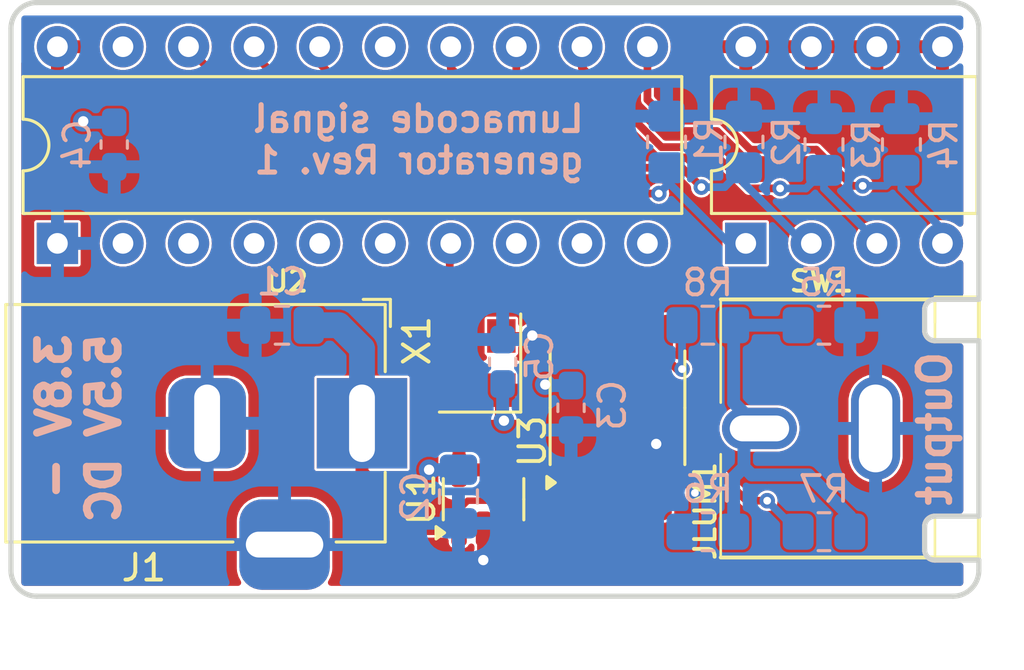
<source format=kicad_pcb>
(kicad_pcb (version 20240108) (generator "pcbnew") (generator_version "8.0")
  (layers (0 "F.Cu" signal) (31 "B.Cu" signal) (34 "B.Paste" user) (35 "F.Paste" user) (36 "B.SilkS" user "B.Silkscreen") (37 "F.SilkS" user "F.Silkscreen") (38 "B.Mask" user) (39 "F.Mask" user) (44 "Edge.Cuts" user))
  (net 0 "")
  (net 1 "Net-(U1-EN)")
  (net 2 "GND")
  (net 3 "+3.3V")
  (net 4 "Net-(JLUM1-In)")
  (net 5 "Net-(U2-PIN21)")
  (net 6 "Net-(U2-PIN20)")
  (net 7 "Net-(U2-PIN17)")
  (net 8 "Net-(U2-PIN16)")
  (net 9 "Net-(U3-O4)")
  (net 10 "Net-(U3-O5)")
  (net 11 "Net-(U3-O6)")
  (net 14 "/LUM1")
  (net 16 "/LUM0")
  (net 22 "/CSYNC")
  (net 24 "/CLK")
  (footprint "Package_DIP:DIP-8_W7.62mm" (layer "F.Cu") (at 140.97 100.33 90)
    (property "Reference" "SW1" (at -1.47 2.93 0) (layer "F.SilkS") (effects (font (size 0.8 0.8))))
    (property "Value" "SW_DIP_x04")
    (fp_line (start 6.46 -1.33) (end 4.81 -1.33) (stroke (width 0.12)) (layer "F.SilkS"))
    (fp_line (start 2.81 -1.33) (end 1.16 -1.33) (stroke (width 0.12)) (layer "F.SilkS"))
    (fp_line (start 1.16 -1.33) (end 1.16 8.95) (stroke (width 0.12)) (layer "F.SilkS"))
    (fp_line (start 6.46 8.95) (end 6.46 -1.33) (stroke (width 0.12)) (layer "F.SilkS"))
    (fp_line (start 1.16 8.95) (end 6.46 8.95) (stroke (width 0.12)) (layer "F.SilkS"))
    (fp_arc (start 4.81 -1.33) (mid 3.81 -0.33) (end 2.81 -1.33) (stroke (width 0.12)) (layer "F.SilkS"))
    (pad "1" thru_hole rect (at 0 0 90) (size 1.6 1.6) (drill 0.8) (layers "*.Cu" "*.Mask") (net 5 "Net-(U2-PIN21)"))
    (pad "2" thru_hole oval (at 0 2.54 90) (size 1.6 1.6) (drill 0.8) (layers "*.Cu" "*.Mask") (net 6 "Net-(U2-PIN20)"))
    (pad "3" thru_hole oval (at 0 5.08 90) (size 1.6 1.6) (drill 0.8) (layers "*.Cu" "*.Mask") (net 7 "Net-(U2-PIN17)"))
    (pad "4" thru_hole oval (at 0 7.62 90) (size 1.6 1.6) (drill 0.8) (layers "*.Cu" "*.Mask") (net 8 "Net-(U2-PIN16)"))
    (pad "5" thru_hole oval (at 7.62 7.62 90) (size 1.6 1.6) (drill 0.8) (layers "*.Cu" "*.Mask") (net 3 "+3.3V"))
    (pad "6" thru_hole oval (at 7.62 5.08 90) (size 1.6 1.6) (drill 0.8) (layers "*.Cu" "*.Mask") (net 3 "+3.3V"))
    (pad "7" thru_hole oval (at 7.62 2.54 90) (size 1.6 1.6) (drill 0.8) (layers "*.Cu" "*.Mask") (net 3 "+3.3V"))
    (pad "8" thru_hole oval (at 7.62 0 90) (size 1.6 1.6) (drill 0.8) (layers "*.Cu" "*.Mask") (net 3 "+3.3V"))
  )
  (footprint "Package_SO:TSSOP-14_4.4x5mm_P0.65mm" (layer "F.Cu") (at 136 106.7 90)
    (property "Reference" "U3" (at -1.3 -3.3 -90) (layer "F.SilkS"))
    (property "Value" "74LVC04")
    (fp_line (start 0 -2.61) (end 2.2 -2.61) (stroke (width 0.12)) (layer "F.SilkS"))
    (fp_line (start 0 -2.61) (end -2.2 -2.61) (stroke (width 0.12)) (layer "F.SilkS"))
    (fp_line (start 0 2.61) (end 2.2 2.61) (stroke (width 0.12)) (layer "F.SilkS"))
    (fp_line (start 0 2.61) (end -2.2 2.61) (stroke (width 0.12)) (layer "F.SilkS"))
    (fp_poly (pts (xy -2.9 -2.41) (xy -3.14 -2.74) (xy -2.66 -2.74) (xy -2.9 -2.41)) (stroke (width 0.12)) (fill solid) (layer "F.SilkS"))
    (pad "1" smd roundrect (at -2.8625 -1.95 90) (size 1.475 0.4) (layers "F.Cu" "F.Paste" "F.Mask") (net 2 "GND"))
    (pad "2" smd roundrect (at -2.8625 -1.3 90) (size 1.475 0.4) (layers "F.Cu" "F.Paste" "F.Mask"))
    (pad "3" smd roundrect (at -2.8625 -0.65 90) (size 1.475 0.4) (layers "F.Cu" "F.Paste" "F.Mask") (net 2 "GND"))
    (pad "4" smd roundrect (at -2.8625 0 90) (size 1.475 0.4) (layers "F.Cu" "F.Paste" "F.Mask"))
    (pad "5" smd roundrect (at -2.8625 0.65 90) (size 1.475 0.4) (layers "F.Cu" "F.Paste" "F.Mask") (net 2 "GND"))
    (pad "6" smd roundrect (at -2.8625 1.3 90) (size 1.475 0.4) (layers "F.Cu" "F.Paste" "F.Mask"))
    (pad "7" smd roundrect (at -2.8625 1.95 90) (size 1.475 0.4) (layers "F.Cu" "F.Paste" "F.Mask") (net 2 "GND"))
    (pad "8" smd roundrect (at 2.8625 1.95 90) (size 1.475 0.4) (layers "F.Cu" "F.Paste" "F.Mask") (net 11 "Net-(U3-O6)"))
    (pad "9" smd roundrect (at 2.8625 1.3 90) (size 1.475 0.4) (layers "F.Cu" "F.Paste" "F.Mask") (net 22 "/CSYNC"))
    (pad "10" smd roundrect (at 2.8625 0.65 90) (size 1.475 0.4) (layers "F.Cu" "F.Paste" "F.Mask") (net 10 "Net-(U3-O5)"))
    (pad "11" smd roundrect (at 2.8625 0 90) (size 1.475 0.4) (layers "F.Cu" "F.Paste" "F.Mask") (net 16 "/LUM0"))
    (pad "12" smd roundrect (at 2.8625 -0.65 90) (size 1.475 0.4) (layers "F.Cu" "F.Paste" "F.Mask") (net 9 "Net-(U3-O4)"))
    (pad "13" smd roundrect (at 2.8625 -1.3 90) (size 1.475 0.4) (layers "F.Cu" "F.Paste" "F.Mask") (net 14 "/LUM1"))
    (pad "14" smd roundrect (at 2.8625 -1.95 90) (size 1.475 0.4) (layers "F.Cu" "F.Paste" "F.Mask"))
  )
  (footprint "Connector_BarrelJack:BarrelJack_Horizontal" (layer "F.Cu") (at 126.1 107.3)
    (property "Reference" "J1" (at -8.45 5.6 0) (layer "F.SilkS"))
    (property "Value" "Barrel_Jack_Switch")
    (fp_line (start -13.8 -4.6) (end 0.9 -4.6) (stroke (width 0.12)) (layer "F.SilkS"))
    (fp_line (start -13.8 4.6) (end -13.8 -4.6) (stroke (width 0.12)) (layer "F.SilkS"))
    (fp_line (start -5 4.6) (end -13.8 4.6) (stroke (width 0.12)) (layer "F.SilkS"))
    (fp_line (start 0.05 -4.8) (end 1.1 -4.8) (stroke (width 0.12)) (layer "F.SilkS"))
    (fp_line (start 0.9 -4.6) (end 0.9 -2) (stroke (width 0.12)) (layer "F.SilkS"))
    (fp_line (start 0.9 1.9) (end 0.9 4.6) (stroke (width 0.12)) (layer "F.SilkS"))
    (fp_line (start 0.9 4.6) (end -1 4.6) (stroke (width 0.12)) (layer "F.SilkS"))
    (fp_line (start 1.1 -3.75) (end 1.1 -4.8) (stroke (width 0.12)) (layer "F.SilkS"))
    (pad "1" thru_hole rect (at 0 0) (size 3.5 3.5) (drill oval 1 3) (layers "*.Cu" "*.Mask") (net 1 "Net-(U1-EN)"))
    (pad "2" thru_hole roundrect (at -6 0) (size 3 3.5) (drill oval 1 3) (layers "*.Cu" "*.Mask") (net 2 "GND"))
    (pad "3" thru_hole roundrect (at -3 4.7) (size 3.5 3.5) (drill oval 3 1) (layers "*.Cu" "*.Mask") (net 2 "GND"))
  )
  (footprint "Oscillator:Oscillator_SMD_Abracon_ASE-4Pin_3.2x2.5mm" (layer "F.Cu") (at 130.675 104.966666 90)
    (property "Reference" "X1" (at 0.866666 -2.45 -90) (layer "F.SilkS"))
    (property "Value" "ASE-80MHz")
    (fp_line (start -1.9 -1.575) (end -1.9 1.575) (stroke (width 0.12)) (layer "F.SilkS"))
    (fp_line (start -1.9 1.575) (end 1.9 1.575) (stroke (width 0.12)) (layer "F.SilkS"))
    (pad "1" smd rect (at -1.05 0.825 90) (size 1.3 1.1) (layers "F.Cu" "F.Paste" "F.Mask") (net 3 "+3.3V"))
    (pad "2" smd rect (at 1.05 0.825 90) (size 1.3 1.1) (layers "F.Cu" "F.Paste" "F.Mask") (net 2 "GND"))
    (pad "3" smd rect (at 1.05 -0.825 90) (size 1.3 1.1) (layers "F.Cu" "F.Paste" "F.Mask") (net 24 "/CLK"))
    (pad "4" smd rect (at -1.05 -0.825 90) (size 1.3 1.1) (layers "F.Cu" "F.Paste" "F.Mask") (net 3 "+3.3V"))
  )
  (footprint "Package_TO_SOT_SMD:SOT-23-5" (layer "F.Cu") (at 130.81 110.2425 90)
    (property "Reference" "U1" (at 0 -2.4 -90) (layer "F.SilkS"))
    (property "Value" "MIC5504-3.3YM5")
    (fp_line (start 0 -1.56) (end 0.8 -1.56) (stroke (width 0.12)) (layer "F.SilkS"))
    (fp_line (start 0 -1.56) (end -0.8 -1.56) (stroke (width 0.12)) (layer "F.SilkS"))
    (fp_line (start 0 1.56) (end 0.8 1.56) (stroke (width 0.12)) (layer "F.SilkS"))
    (fp_line (start 0 1.56) (end -0.8 1.56) (stroke (width 0.12)) (layer "F.SilkS"))
    (fp_poly (pts (xy -1.3 -1.51) (xy -1.54 -1.84) (xy -1.06 -1.84) (xy -1.3 -1.51)) (stroke (width 0.12)) (fill solid) (layer "F.SilkS"))
    (pad "1" smd roundrect (at -1.1375 -0.95 90) (size 1.325 0.6) (layers "F.Cu" "F.Paste" "F.Mask") (net 1 "Net-(U1-EN)"))
    (pad "2" smd roundrect (at -1.1375 0 90) (size 1.325 0.6) (layers "F.Cu" "F.Paste" "F.Mask") (net 2 "GND"))
    (pad "3" smd roundrect (at -1.1375 0.95 90) (size 1.325 0.6) (layers "F.Cu" "F.Paste" "F.Mask") (net 1 "Net-(U1-EN)"))
    (pad "4" smd roundrect (at 1.1375 0.95 90) (size 1.325 0.6) (layers "F.Cu" "F.Paste" "F.Mask"))
    (pad "5" smd roundrect (at 1.1375 -0.95 90) (size 1.325 0.6) (layers "F.Cu" "F.Paste" "F.Mask") (net 3 "+3.3V"))
  )
  (footprint "Projectfootprints:RCA_JACK" (layer "F.Cu") (at 150 107.5)
    (property "Reference" "JLUM1" (at -10.6 3.2 90) (layer "F.SilkS") (effects (font (size 0.8 0.8))))
    (property "Value" "Conn_Coaxial")
    (fp_line (start -10 -5) (end -10 -1) (stroke (width 0.1)) (layer "F.SilkS"))
    (fp_line (start -10 5) (end -10 1) (stroke (width 0.1)) (layer "F.SilkS"))
    (fp_line (start -10 5) (end 0 5) (stroke (width 0.15)) (layer "F.SilkS"))
    (fp_line (start -1.7 -5.1) (end -1.7 -3.4) (stroke (width 0.1)) (layer "F.SilkS"))
    (fp_line (start -1.7 -5) (end -1.7 -4.1) (stroke (width 0.1)) (layer "F.SilkS"))
    (fp_line (start -1.7 -3.4) (end 0 -3.4) (stroke (width 0.1)) (layer "F.SilkS"))
    (fp_line (start -1.7 3.4) (end 0 3.4) (stroke (width 0.1)) (layer "F.SilkS"))
    (fp_line (start -1.7 5.1) (end -1.7 3.4) (stroke (width 0.1)) (layer "F.SilkS"))
    (fp_line (start 0 -5.1) (end -1.7 -5.1) (stroke (width 0.1)) (layer "F.SilkS"))
    (fp_line (start 0 -5) (end -10 -5) (stroke (width 0.15)) (layer "F.SilkS"))
    (fp_line (start 0 0) (end 0 -5) (stroke (width 0.15)) (layer "F.SilkS"))
    (fp_line (start 0 5) (end 0 0) (stroke (width 0.15)) (layer "F.SilkS"))
    (fp_line (start 0 5.1) (end -1.7 5.1) (stroke (width 0.1)) (layer "F.SilkS"))
    (pad "1" thru_hole oval (at -8.5 0) (size 2.9 1.6) (drill oval 2.3 1) (layers "*.Cu" "*.Mask") (net 4 "Net-(JLUM1-In)"))
    (pad "2" thru_hole oval (at -4 0) (size 1.9 4) (drill oval 1.3 3.4) (layers "*.Cu" "*.Mask") (net 2 "GND"))
  )
  (footprint "Package_DIP:DIP-20_W7.62mm" (layer "F.Cu") (at 114.3 100.33 90)
    (property "Reference" "U2" (at -1.47 8.9 0) (layer "F.SilkS") (effects (font (size 0.8 0.8))))
    (property "Value" "XO2-DIP20")
    (fp_line (start 6.46 -1.33) (end 4.81 -1.33) (stroke (width 0.12)) (layer "F.SilkS"))
    (fp_line (start 2.81 -1.33) (end 1.16 -1.33) (stroke (width 0.12)) (layer "F.SilkS"))
    (fp_line (start 1.16 -1.33) (end 1.16 24.19) (stroke (width 0.12)) (layer "F.SilkS"))
    (fp_line (start 6.46 24.19) (end 6.46 -1.33) (stroke (width 0.12)) (layer "F.SilkS"))
    (fp_line (start 1.16 24.19) (end 6.46 24.19) (stroke (width 0.12)) (layer "F.SilkS"))
    (fp_arc (start 4.81 -1.33) (mid 3.81 -0.33) (end 2.81 -1.33) (stroke (width 0.12)) (layer "F.SilkS"))
    (pad "1" thru_hole rect (at 0 0 90) (size 1.6 1.6) (drill 0.8) (layers "*.Cu" "*.Mask") (net 2 "GND"))
    (pad "2" thru_hole oval (at 0 2.54 90) (size 1.6 1.6) (drill 0.8) (layers "*.Cu" "*.Mask"))
    (pad "3" thru_hole oval (at 0 5.08 90) (size 1.6 1.6) (drill 0.8) (layers "*.Cu" "*.Mask"))
    (pad "4" thru_hole oval (at 0 7.62 90) (size 1.6 1.6) (drill 0.8) (layers "*.Cu" "*.Mask"))
    (pad "5" thru_hole oval (at 0 10.16 90) (size 1.6 1.6) (drill 0.8) (layers "*.Cu" "*.Mask"))
    (pad "6" thru_hole oval (at 0 12.7 90) (size 1.6 1.6) (drill 0.8) (layers "*.Cu" "*.Mask"))
    (pad "7" thru_hole oval (at 0 15.24 90) (size 1.6 1.6) (drill 0.8) (layers "*.Cu" "*.Mask") (net 24 "/CLK"))
    (pad "8" thru_hole oval (at 0 17.78 90) (size 1.6 1.6) (drill 0.8) (layers "*.Cu" "*.Mask"))
    (pad "9" thru_hole oval (at 0 20.32 90) (size 1.6 1.6) (drill 0.8) (layers "*.Cu" "*.Mask"))
    (pad "10" thru_hole oval (at 0 22.86 90) (size 1.6 1.6) (drill 0.8) (layers "*.Cu" "*.Mask"))
    (pad "11" thru_hole oval (at 7.62 22.86 90) (size 1.6 1.6) (drill 0.8) (layers "*.Cu" "*.Mask") (net 8 "Net-(U2-PIN16)"))
    (pad "12" thru_hole oval (at 7.62 20.32 90) (size 1.6 1.6) (drill 0.8) (layers "*.Cu" "*.Mask") (net 7 "Net-(U2-PIN17)"))
    (pad "13" thru_hole oval (at 7.62 17.78 90) (size 1.6 1.6) (drill 0.8) (layers "*.Cu" "*.Mask") (net 6 "Net-(U2-PIN20)"))
    (pad "14" thru_hole oval (at 7.62 15.24 90) (size 1.6 1.6) (drill 0.8) (layers "*.Cu" "*.Mask") (net 5 "Net-(U2-PIN21)"))
    (pad "15" thru_hole oval (at 7.62 12.7 90) (size 1.6 1.6) (drill 0.8) (layers "*.Cu" "*.Mask"))
    (pad "16" thru_hole oval (at 7.62 10.16 90) (size 1.6 1.6) (drill 0.8) (layers "*.Cu" "*.Mask") (net 22 "/CSYNC"))
    (pad "17" thru_hole oval (at 7.62 7.62 90) (size 1.6 1.6) (drill 0.8) (layers "*.Cu" "*.Mask") (net 16 "/LUM0"))
    (pad "18" thru_hole oval (at 7.62 5.08 90) (size 1.6 1.6) (drill 0.8) (layers "*.Cu" "*.Mask") (net 14 "/LUM1"))
    (pad "19" thru_hole oval (at 7.62 2.54 90) (size 1.6 1.6) (drill 0.8) (layers "*.Cu" "*.Mask"))
    (pad "20" thru_hole oval (at 7.62 0 90) (size 1.6 1.6) (drill 0.8) (layers "*.Cu" "*.Mask") (net 3 "+3.3V"))
  )
  (footprint "Resistor_SMD:R_0805_2012Metric_Pad1.20x1.40mm_HandSolder" (layer "B.Cu") (at 144 111.5 180)
    (property "Reference" "R7" (at 0 1.65 180) (layer "B.SilkS") (effects (justify mirror)))
    (property "Value" "560")
    (fp_line (start 0.227064 0.735) (end -0.227064 0.735) (stroke (width 0.12)) (layer "B.SilkS"))
    (fp_line (start 0.227064 -0.735) (end -0.227064 -0.735) (stroke (width 0.12)) (layer "B.SilkS"))
    (pad "1" smd roundrect (at -1 0 180) (size 1.2 1.4) (layers "B.Cu" "B.Paste" "B.Mask") (roundrect_rratio 0.208333) (net 4 "Net-(JLUM1-In)"))
    (pad "2" smd roundrect (at 1 0 180) (size 1.2 1.4) (layers "B.Cu" "B.Paste" "B.Mask") (roundrect_rratio 0.208333) (net 10 "Net-(U3-O5)"))
  )
  (footprint "Resistor_SMD:R_0805_2012Metric_Pad1.20x1.40mm_HandSolder" (layer "B.Cu") (at 147 96.5 90)
    (property "Reference" "R4" (at 0 1.65 -90) (layer "B.SilkS") (effects (justify mirror)))
    (property "Value" "10k")
    (fp_line (start 0.227064 -0.735) (end -0.227064 -0.735) (stroke (width 0.12)) (layer "B.SilkS"))
    (fp_line (start 0.227064 0.735) (end -0.227064 0.735) (stroke (width 0.12)) (layer "B.SilkS"))
    (pad "1" smd roundrect (at -1 0 90) (size 1.2 1.4) (layers "B.Cu" "B.Paste" "B.Mask") (roundrect_rratio 0.208333) (net 8 "Net-(U2-PIN16)"))
    (pad "2" smd roundrect (at 1 0 90) (size 1.2 1.4) (layers "B.Cu" "B.Paste" "B.Mask") (roundrect_rratio 0.208333) (net 2 "GND"))
  )
  (footprint "Resistor_SMD:R_0805_2012Metric_Pad1.20x1.40mm_HandSolder" (layer "B.Cu") (at 139.5 111.5 180)
    (property "Reference" "R6" (at 0 1.65 180) (layer "B.SilkS") (effects (justify mirror)))
    (property "Value" "270")
    (fp_line (start 0.227064 0.735) (end -0.227064 0.735) (stroke (width 0.12)) (layer "B.SilkS"))
    (fp_line (start 0.227064 -0.735) (end -0.227064 -0.735) (stroke (width 0.12)) (layer "B.SilkS"))
    (pad "1" smd roundrect (at -1 0 180) (size 1.2 1.4) (layers "B.Cu" "B.Paste" "B.Mask") (roundrect_rratio 0.208333) (net 4 "Net-(JLUM1-In)"))
    (pad "2" smd roundrect (at 1 0 180) (size 1.2 1.4) (layers "B.Cu" "B.Paste" "B.Mask") (roundrect_rratio 0.208333) (net 9 "Net-(U3-O4)"))
  )
  (footprint "Capacitor_SMD:C_0603_1608Metric_Pad1.08x0.95mm_HandSolder" (layer "B.Cu") (at 116.5 96.5 -90)
    (property "Reference" "C4" (at 0 1.43 90) (layer "B.SilkS") (effects (justify mirror)))
    (property "Value" "100nF")
    (fp_line (start 0.146267 0.51) (end -0.146267 0.51) (stroke (width 0.12)) (layer "B.SilkS"))
    (fp_line (start 0.146267 -0.51) (end -0.146267 -0.51) (stroke (width 0.12)) (layer "B.SilkS"))
    (pad "1" smd roundrect (at -0.8625 0 270) (size 1.075 0.95) (layers "B.Cu" "B.Paste" "B.Mask") (net 3 "+3.3V"))
    (pad "2" smd roundrect (at 0.8625 0 270) (size 1.075 0.95) (layers "B.Cu" "B.Paste" "B.Mask") (net 2 "GND"))
  )
  (footprint "Resistor_SMD:R_0805_2012Metric_Pad1.20x1.40mm_HandSolder" (layer "B.Cu") (at 137.9 96.4 90)
    (property "Reference" "R1" (at 0 1.65 -90) (layer "B.SilkS") (effects (justify mirror)))
    (property "Value" "10k")
    (fp_line (start 0.227064 -0.735) (end -0.227064 -0.735) (stroke (width 0.12)) (layer "B.SilkS"))
    (fp_line (start 0.227064 0.735) (end -0.227064 0.735) (stroke (width 0.12)) (layer "B.SilkS"))
    (pad "1" smd roundrect (at -1 0 90) (size 1.2 1.4) (layers "B.Cu" "B.Paste" "B.Mask") (roundrect_rratio 0.208333) (net 5 "Net-(U2-PIN21)"))
    (pad "2" smd roundrect (at 1 0 90) (size 1.2 1.4) (layers "B.Cu" "B.Paste" "B.Mask") (roundrect_rratio 0.208333) (net 2 "GND"))
  )
  (footprint "Resistor_SMD:R_0805_2012Metric_Pad1.20x1.40mm_HandSolder" (layer "B.Cu") (at 140.9 96.4 90)
    (property "Reference" "R2" (at 0 1.65 -90) (layer "B.SilkS") (effects (justify mirror)))
    (property "Value" "10k")
    (fp_line (start 0.227064 -0.735) (end -0.227064 -0.735) (stroke (width 0.12)) (layer "B.SilkS"))
    (fp_line (start 0.227064 0.735) (end -0.227064 0.735) (stroke (width 0.12)) (layer "B.SilkS"))
    (pad "1" smd roundrect (at -1 0 90) (size 1.2 1.4) (layers "B.Cu" "B.Paste" "B.Mask") (roundrect_rratio 0.208333) (net 6 "Net-(U2-PIN20)"))
    (pad "2" smd roundrect (at 1 0 90) (size 1.2 1.4) (layers "B.Cu" "B.Paste" "B.Mask") (roundrect_rratio 0.208333) (net 2 "GND"))
  )
  (footprint "Capacitor_SMD:C_0805_2012Metric_Pad1.18x1.45mm_HandSolder" (layer "B.Cu") (at 129.8375 110.1375 -90)
    (property "Reference" "C2" (at 0 1.68 90) (layer "B.SilkS") (effects (justify mirror)))
    (property "Value" "10uF")
    (fp_line (start 0.261252 0.735) (end -0.261252 0.735) (stroke (width 0.12)) (layer "B.SilkS"))
    (fp_line (start 0.261252 -0.735) (end -0.261252 -0.735) (stroke (width 0.12)) (layer "B.SilkS"))
    (pad "1" smd roundrect (at -1.0375 0 270) (size 1.175 1.45) (layers "B.Cu" "B.Paste" "B.Mask") (roundrect_rratio 0.212766) (net 3 "+3.3V"))
    (pad "2" smd roundrect (at 1.0375 0 270) (size 1.175 1.45) (layers "B.Cu" "B.Paste" "B.Mask") (roundrect_rratio 0.212766) (net 2 "GND"))
  )
  (footprint "Resistor_SMD:R_0805_2012Metric_Pad1.20x1.40mm_HandSolder" (layer "B.Cu") (at 144 103.5 180)
    (property "Reference" "R5" (at 0 1.65 180) (layer "B.SilkS") (effects (justify mirror)))
    (property "Value" "180")
    (fp_line (start 0.227064 0.735) (end -0.227064 0.735) (stroke (width 0.12)) (layer "B.SilkS"))
    (fp_line (start 0.227064 -0.735) (end -0.227064 -0.735) (stroke (width 0.12)) (layer "B.SilkS"))
    (pad "1" smd roundrect (at -1 0 180) (size 1.2 1.4) (layers "B.Cu" "B.Paste" "B.Mask") (roundrect_rratio 0.208333) (net 2 "GND"))
    (pad "2" smd roundrect (at 1 0 180) (size 1.2 1.4) (layers "B.Cu" "B.Paste" "B.Mask") (roundrect_rratio 0.208333) (net 4 "Net-(JLUM1-In)"))
  )
  (footprint "Capacitor_SMD:C_0603_1608Metric_Pad1.08x0.95mm_HandSolder" (layer "B.Cu") (at 134.2 106.7 -90)
    (property "Reference" "C3" (at -0.1 -1.6 90) (layer "B.SilkS") (effects (justify mirror)))
    (property "Value" "100nF")
    (fp_line (start 0.146267 0.51) (end -0.146267 0.51) (stroke (width 0.12)) (layer "B.SilkS"))
    (fp_line (start 0.146267 -0.51) (end -0.146267 -0.51) (stroke (width 0.12)) (layer "B.SilkS"))
    (pad "1" smd roundrect (at -0.8625 0 270) (size 1.075 0.95) (layers "B.Cu" "B.Paste" "B.Mask") (net 3 "+3.3V"))
    (pad "2" smd roundrect (at 0.8625 0 270) (size 1.075 0.95) (layers "B.Cu" "B.Paste" "B.Mask") (net 2 "GND"))
  )
  (footprint "Capacitor_SMD:C_0805_2012Metric_Pad1.18x1.45mm_HandSolder" (layer "B.Cu") (at 123 103.5 180)
    (property "Reference" "C1" (at 0 1.68 180) (layer "B.SilkS") (effects (justify mirror)))
    (property "Value" "10uF")
    (fp_line (start 0.261252 0.735) (end -0.261252 0.735) (stroke (width 0.12)) (layer "B.SilkS"))
    (fp_line (start 0.261252 -0.735) (end -0.261252 -0.735) (stroke (width 0.12)) (layer "B.SilkS"))
    (pad "1" smd roundrect (at -1.0375 0 180) (size 1.175 1.45) (layers "B.Cu" "B.Paste" "B.Mask") (roundrect_rratio 0.212766) (net 1 "Net-(U1-EN)"))
    (pad "2" smd roundrect (at 1.0375 0 180) (size 1.175 1.45) (layers "B.Cu" "B.Paste" "B.Mask") (roundrect_rratio 0.212766) (net 2 "GND"))
  )
  (footprint "Capacitor_SMD:C_0603_1608Metric_Pad1.08x0.95mm_HandSolder" (layer "B.Cu") (at 131.55 104.916666 90)
    (property "Reference" "C5" (at 0.216666 1.43 -90) (layer "B.SilkS") (effects (justify mirror)))
    (property "Value" "100nF")
    (fp_line (start 0.146267 -0.51) (end -0.146267 -0.51) (stroke (width 0.12)) (layer "B.SilkS"))
    (fp_line (start 0.146267 0.51) (end -0.146267 0.51) (stroke (width 0.12)) (layer "B.SilkS"))
    (pad "1" smd roundrect (at -0.8625 0 90) (size 1.075 0.95) (layers "B.Cu" "B.Paste" "B.Mask") (net 3 "+3.3V"))
    (pad "2" smd roundrect (at 0.8625 0 90) (size 1.075 0.95) (layers "B.Cu" "B.Paste" "B.Mask") (net 2 "GND"))
  )
  (footprint "Resistor_SMD:R_0805_2012Metric_Pad1.20x1.40mm_HandSolder" (layer "B.Cu") (at 139.5 103.5 180)
    (property "Reference" "R8" (at 0 1.65 180) (layer "B.SilkS") (effects (justify mirror)))
    (property "Value" "390")
    (fp_line (start 0.227064 0.735) (end -0.227064 0.735) (stroke (width 0.12)) (layer "B.SilkS"))
    (fp_line (start 0.227064 -0.735) (end -0.227064 -0.735) (stroke (width 0.12)) (layer "B.SilkS"))
    (pad "1" smd roundrect (at -1 0 180) (size 1.2 1.4) (layers "B.Cu" "B.Paste" "B.Mask") (roundrect_rratio 0.208333) (net 4 "Net-(JLUM1-In)"))
    (pad "2" smd roundrect (at 1 0 180) (size 1.2 1.4) (layers "B.Cu" "B.Paste" "B.Mask") (roundrect_rratio 0.208333) (net 11 "Net-(U3-O6)"))
  )
  (footprint "Resistor_SMD:R_0805_2012Metric_Pad1.20x1.40mm_HandSolder" (layer "B.Cu") (at 144 96.5 90)
    (property "Reference" "R3" (at 0 1.65 -90) (layer "B.SilkS") (effects (justify mirror)))
    (property "Value" "10k")
    (fp_line (start 0.227064 -0.735) (end -0.227064 -0.735) (stroke (width 0.12)) (layer "B.SilkS"))
    (fp_line (start 0.227064 0.735) (end -0.227064 0.735) (stroke (width 0.12)) (layer "B.SilkS"))
    (pad "1" smd roundrect (at -1 0 90) (size 1.2 1.4) (layers "B.Cu" "B.Paste" "B.Mask") (roundrect_rratio 0.208333) (net 7 "Net-(U2-PIN17)"))
    (pad "2" smd roundrect (at 1 0 90) (size 1.2 1.4) (layers "B.Cu" "B.Paste" "B.Mask") (roundrect_rratio 0.208333) (net 2 "GND"))
  )
  (gr_arc (start 112.5 92) (mid 112.792893 91.292893) (end 113.5 91) (stroke (width 0.2)) (layer "Edge.Cuts"))
  (gr_line (start 150 104.1) (end 148.3 104.1) (stroke (width 0.2)) (layer "Edge.Cuts"))
  (gr_line (start 147.9 112.2) (end 147.9 111.3) (stroke (width 0.2)) (layer "Edge.Cuts"))
  (gr_arc (start 149 91) (mid 149.707107 91.292893) (end 150 92) (stroke (width 0.2)) (layer "Edge.Cuts"))
  (gr_arc (start 113.5 114) (mid 112.792893 113.707107) (end 112.5 113) (stroke (width 0.2)) (layer "Edge.Cuts"))
  (gr_line (start 147.9 103.7) (end 147.9 102.9) (stroke (width 0.2)) (layer "Edge.Cuts"))
  (gr_line (start 150 113) (end 150 112.6) (stroke (width 0.2)) (layer "Edge.Cuts"))
  (gr_line (start 112.5 113) (end 112.5 92) (stroke (width 0.2)) (layer "Edge.Cuts"))
  (gr_line (start 149 114) (end 113.5 114) (stroke (width 0.2)) (layer "Edge.Cuts"))
  (gr_arc (start 150 113) (mid 149.707107 113.707107) (end 149 114) (stroke (width 0.2)) (layer "Edge.Cuts"))
  (gr_line (start 150 102.5) (end 150 92) (stroke (width 0.2)) (layer "Edge.Cuts"))
  (gr_arc (start 147.9 111.3) (mid 148.017157 111.017157) (end 148.3 110.9) (stroke (width 0.2)) (layer "Edge.Cuts"))
  (gr_line (start 150 110.9) (end 150 104.1) (stroke (width 0.2)) (layer "Edge.Cuts"))
  (gr_line (start 150 102.5) (end 148.3 102.5) (stroke (width 0.2)) (layer "Edge.Cuts"))
  (gr_line (start 150 110.9) (end 148.3 110.9) (stroke (width 0.2)) (layer "Edge.Cuts"))
  (gr_arc (start 147.9 102.9) (mid 148.017157 102.617157) (end 148.3 102.5) (stroke (width 0.2)) (layer "Edge.Cuts"))
  (gr_arc (start 148.3 112.6) (mid 148.017157 112.482843) (end 147.9 112.2) (stroke (width 0.2)) (layer "Edge.Cuts"))
  (gr_line (start 150 112.6) (end 148.3 112.6) (stroke (width 0.2)) (layer "Edge.Cuts"))
  (gr_arc (start 148.3 104.1) (mid 148.017157 103.982843) (end 147.9 103.7) (stroke (width 0.2)) (layer "Edge.Cuts"))
  (gr_line (start 113.5 91) (end 149 91) (stroke (width 0.2)) (layer "Edge.Cuts"))
  (gr_text "3.8V - \n5.5V DC" (at 116.8 103.7 90) (layer "B.SilkS") (effects (font (size 1.2 1.2) (thickness 0.3) (bold yes)) (justify left bottom mirror)))
  (gr_text "Output" (at 149 104.4 90) (layer "B.SilkS") (effects (font (size 1.2 1.2) (thickness 0.25) (bold yes)) (justify left bottom mirror)))
  (gr_text "Lumacode signal\ngenerator Rev. 1" (at 134.8 97.7 0) (layer "B.SilkS") (effects (font (size 1 1) (thickness 0.2) (bold yes)) (justify left bottom mirror)))
  (segment (start 129.86 110.64) (end 129.86 111.38) (width 0.25) (layer "F.Cu") (net 1))
  (segment (start 131.76 110.56) (end 131.5 110.3) (width 0.25) (layer "F.Cu") (net 1))
  (segment (start 128.28 111.38) (end 126.1 109.2) (width 0.5) (layer "F.Cu") (net 1))
  (segment (start 131.76 111.38) (end 131.76 110.56) (width 0.25) (layer "F.Cu") (net 1))
  (segment (start 129.86 111.38) (end 128.28 111.38) (width 0.5) (layer "F.Cu") (net 1))
  (segment (start 126.1 109.2) (end 126.1 107.3) (width 0.5) (layer "F.Cu") (net 1))
  (segment (start 131.5 110.3) (end 130.2 110.3) (width 0.25) (layer "F.Cu") (net 1))
  (segment (start 130.2 110.3) (end 129.86 110.64) (width 0.25) (layer "F.Cu") (net 1))
  (segment (start 126.1 104.4) (end 125.2 103.5) (width 1) (layer "B.Cu") (net 1))
  (segment (start 125.2 103.5) (end 124.0375 103.5) (width 1) (layer "B.Cu") (net 1))
  (segment (start 126.1 107.3) (end 126.1 104.4) (width 1) (layer "B.Cu") (net 1))
  (segment (start 134.2 110.9) (end 134.05 110.75) (width 0.3) (layer "F.Cu") (net 2))
  (segment (start 130.81 112.59) (end 130.8 112.6) (width 0.5) (layer "F.Cu") (net 2))
  (segment (start 135.35 110.85) (end 135.35 109.5625) (width 0.3) (layer "F.Cu") (net 2))
  (segment (start 137.5 108.1) (end 137.95 108.55) (width 0.3) (layer "F.Cu") (net 2))
  (segment (start 135.4 110.9) (end 134.2 110.9) (width 0.3) (layer "F.Cu") (net 2))
  (segment (start 132.683334 103.916666) (end 132.7 103.9) (width 0.3) (layer "F.Cu") (net 2))
  (segment (start 137.95 110.75) (end 137.8 110.9) (width 0.3) (layer "F.Cu") (net 2))
  (segment (start 136.7 110.9) (end 135.4 110.9) (width 0.3) (layer "F.Cu") (net 2))
  (segment (start 135.4 110.9) (end 135.35 110.85) (width 0.3) (layer "F.Cu") (net 2))
  (segment (start 137.95 109.5625) (end 137.95 110.75) (width 0.3) (layer "F.Cu") (net 2))
  (segment (start 136.65 110.85) (end 136.65 109.5625) (width 0.3) (layer "F.Cu") (net 2))
  (segment (start 137.95 108.55) (end 137.95 109.5625) (width 0.3) (layer "F.Cu") (net 2))
  (segment (start 131.5 103.916666) (end 132.683334 103.916666) (width 0.3) (layer "F.Cu") (net 2))
  (segment (start 137.8 110.9) (end 136.7 110.9) (width 0.3) (layer "F.Cu") (net 2))
  (segment (start 136.7 110.9) (end 136.65 110.85) (width 0.3) (layer "F.Cu") (net 2))
  (segment (start 134.05 110.75) (end 134.05 109.5625) (width 0.3) (layer "F.Cu") (net 2))
  (segment (start 130.81 111.38) (end 130.81 112.59) (width 0.5) (layer "F.Cu") (net 2))
  (via (at 137.5 108.1) (size 0.8) (drill 0.4) (layers "F.Cu" "B.Cu") (net 2))
  (via (at 132.7 103.9) (size 0.8) (drill 0.4) (layers "F.Cu" "B.Cu") (net 2))
  (via (at 130.8 112.6) (size 0.8) (drill 0.4) (layers "F.Cu" "B.Cu") (net 2))
  (via (at 133.2 105.8) (size 0.8) (drill 0.4) (layers "F.Cu" "B.Cu") (net 3))
  (via (at 131.6 107.2) (size 0.8) (drill 0.4) (layers "F.Cu" "B.Cu") (net 3))
  (via (at 128.7 109.1) (size 0.8) (drill 0.4) (layers "F.Cu" "B.Cu") (net 3))
  (via (at 115.3 95.6) (size 0.8) (drill 0.4) (layers "F.Cu" "B.Cu") (net 3))
  (segment (start 115.3375 95.6375) (end 115.3 95.6) (width 0.5) (layer "B.Cu") (net 3))
  (segment (start 129.8375 109.1) (end 128.7 109.1) (width 0.5) (layer "B.Cu") (net 3))
  (segment (start 134.2 105.8375) (end 133.2375 105.8375) (width 0.5) (layer "B.Cu") (net 3))
  (segment (start 131.55 107.15) (end 131.55 105.779166) (width 0.5) (layer "B.Cu") (net 3))
  (segment (start 133.2375 105.8375) (end 133.2 105.8) (width 0.5) (layer "B.Cu") (net 3))
  (segment (start 116.5 95.6375) (end 115.3375 95.6375) (width 0.5) (layer "B.Cu") (net 3))
  (segment (start 131.6 107.2) (end 131.55 107.15) (width 0.5) (layer "B.Cu") (net 3))
  (segment (start 145 111.5) (end 145 110.9) (width 0.5) (layer "B.Cu") (net 4))
  (segment (start 141.2 109.3) (end 140.9 109) (width 0.5) (layer "B.Cu") (net 4))
  (segment (start 140.5 111.5) (end 140.5 109.4) (width 0.5) (layer "B.Cu") (net 4))
  (segment (start 140.5 106.5) (end 141.5 107.5) (width 0.5) (layer "B.Cu") (net 4))
  (segment (start 143.4 109.3) (end 141.2 109.3) (width 0.5) (layer "B.Cu") (net 4))
  (segment (start 140.9 108.1) (end 141.5 107.5) (width 0.5) (layer "B.Cu") (net 4))
  (segment (start 140.5 103.5) (end 140.5 106.5) (width 0.5) (layer "B.Cu") (net 4))
  (segment (start 145 110.9) (end 143.4 109.3) (width 0.5) (layer "B.Cu") (net 4))
  (segment (start 140.5 109.4) (end 140.9 109) (width 0.5) (layer "B.Cu") (net 4))
  (segment (start 140.5 103.5) (end 143 103.5) (width 0.5) (layer "B.Cu") (net 4))
  (segment (start 140.9 109) (end 140.9 108.1) (width 0.5) (layer "B.Cu") (net 4))
  (segment (start 135 97.1) (end 133.1 97.1) (width 0.3) (layer "F.Cu") (net 5))
  (segment (start 133.1 97.1) (end 129.54 93.54) (width 0.3) (layer "F.Cu") (net 5))
  (segment (start 129.54 93.54) (end 129.54 92.71) (width 0.3) (layer "F.Cu") (net 5))
  (segment (start 137.6 98.4) (end 136.3 98.4) (width 0.3) (layer "F.Cu") (net 5))
  (segment (start 136.3 98.4) (end 135 97.1) (width 0.3) (layer "F.Cu") (net 5))
  (via (at 137.6 98.4) (size 0.6) (drill 0.3) (layers "F.Cu" "B.Cu") (net 5))
  (segment (start 137.9 97.9) (end 137.9 97.4) (width 0.3) (layer "B.Cu") (net 5))
  (segment (start 137.6 98.4) (end 137.9 98.1) (width 0.3) (layer "B.Cu") (net 5))
  (segment (start 137.9 98.1) (end 137.9 97.4) (width 0.3) (layer "B.Cu") (net 5))
  (segment (start 140.97 100.33) (end 140.33 100.33) (width 0.3) (layer "B.Cu") (net 5))
  (segment (start 140.33 100.33) (end 137.9 97.9) (width 0.3) (layer "B.Cu") (net 5))
  (segment (start 136.9 97.4) (end 135.5 96) (width 0.3) (layer "F.Cu") (net 6))
  (segment (start 132.08 94.38) (end 132.08 92.71) (width 0.3) (layer "F.Cu") (net 6))
  (segment (start 135.5 96) (end 133.7 96) (width 0.3) (layer "F.Cu") (net 6))
  (segment (start 133.7 96) (end 132.08 94.38) (width 0.3) (layer "F.Cu") (net 6))
  (segment (start 138.5 97.4) (end 136.9 97.4) (width 0.3) (layer "F.Cu") (net 6))
  (segment (start 139.25 98.15) (end 138.5 97.4) (width 0.3) (layer "F.Cu") (net 6))
  (via (at 139.25 98.15) (size 0.6) (drill 0.3) (layers "F.Cu" "B.Cu") (net 6))
  (segment (start 140.15 98.15) (end 140.9 97.4) (width 0.3) (layer "B.Cu") (net 6))
  (segment (start 140.9 98) (end 140.9 97.4) (width 0.3) (layer "B.Cu") (net 6))
  (segment (start 143.23 100.33) (end 140.9 98) (width 0.3) (layer "B.Cu") (net 6))
  (segment (start 143.51 100.33) (end 143.23 100.33) (width 0.3) (layer "B.Cu") (net 6))
  (segment (start 139.25 98.15) (end 140.15 98.15) (width 0.3) (layer "B.Cu") (net 6))
  (segment (start 142.3 98.2) (end 141.1 98.2) (width 0.3) (layer "F.Cu") (net 7))
  (segment (start 141.1 98.2) (end 139.5 96.6) (width 0.3) (layer "F.Cu") (net 7))
  (segment (start 139.5 96.6) (end 137.7 96.6) (width 0.3) (layer "F.Cu") (net 7))
  (segment (start 137.7 96.6) (end 134.62 93.52) (width 0.3) (layer "F.Cu") (net 7))
  (segment (start 134.62 93.52) (end 134.62 92.71) (width 0.3) (layer "F.Cu") (net 7))
  (segment (start 146.05 100.33) (end 145.83 100.33) (width 0.3) (layer "F.Cu") (net 7))
  (via (at 142.3 98.2) (size 0.6) (drill 0.3) (layers "F.Cu" "B.Cu") (net 7))
  (segment (start 142.3 98.2) (end 143.3 98.2) (width 0.3) (layer "B.Cu") (net 7))
  (segment (start 146.05 100.25) (end 144 98.2) (width 0.3) (layer "B.Cu") (net 7))
  (segment (start 144 98.2) (end 144 97.5) (width 0.3) (layer "B.Cu") (net 7))
  (segment (start 143.3 98.2) (end 144 97.5) (width 0.3) (layer "B.Cu") (net 7))
  (segment (start 146.05 100.33) (end 146.05 100.25) (width 0.3) (layer "B.Cu") (net 7))
  (segment (start 137.16 94.76) (end 137.16 92.71) (width 0.3) (layer "F.Cu") (net 8))
  (segment (start 137.975 95.575) (end 137.16 94.76) (width 0.3) (layer "F.Cu") (net 8))
  (segment (start 145.1 98.1) (end 143.7 96.7) (width 0.3) (layer "F.Cu") (net 8))
  (segment (start 145.5 98.1) (end 145.1 98.1) (width 0.3) (layer "F.Cu") (net 8))
  (segment (start 140.025 95.575) (end 137.975 95.575) (width 0.3) (layer "F.Cu") (net 8))
  (segment (start 141.15 96.7) (end 140.025 95.575) (width 0.3) (layer "F.Cu") (net 8))
  (segment (start 143.7 96.7) (end 141.15 96.7) (width 0.3) (layer "F.Cu") (net 8))
  (via (at 145.5 98.1) (size 0.6) (drill 0.3) (layers "F.Cu" "B.Cu") (net 8))
  (segment (start 146.4 98.1) (end 147 97.5) (width 0.3) (layer "B.Cu") (net 8))
  (segment (start 148.59 99.79) (end 147 98.2) (width 0.3) (layer "B.Cu") (net 8))
  (segment (start 145.5 98.1) (end 146.4 98.1) (width 0.3) (layer "B.Cu") (net 8))
  (segment (start 148.59 100.33) (end 148.59 99.79) (width 0.3) (layer "B.Cu") (net 8))
  (segment (start 147 98.2) (end 147 97.5) (width 0.3) (layer "B.Cu") (net 8))
  (segment (start 135.35 106.05) (end 135.35 103.8375) (width 0.3) (layer "F.Cu") (net 9))
  (segment (start 138.8 108.1) (end 137.8 107.1) (width 0.3) (layer "F.Cu") (net 9))
  (segment (start 138.8 109.8) (end 138.8 108.1) (width 0.3) (layer "F.Cu") (net 9))
  (segment (start 139 110) (end 138.8 109.8) (width 0.3) (layer "F.Cu") (net 9))
  (segment (start 137.8 107.1) (end 136.4 107.1) (width 0.3) (layer "F.Cu") (net 9))
  (segment (start 136.4 107.1) (end 135.35 106.05) (width 0.3) (layer "F.Cu") (net 9))
  (via (at 139 110) (size 0.6) (drill 0.3) (layers "F.Cu" "B.Cu") (net 9))
  (segment (start 139 110) (end 139 111) (width 0.3) (layer "B.Cu") (net 9))
  (segment (start 139 111) (end 138.5 111.5) (width 0.3) (layer "B.Cu") (net 9))
  (segment (start 138.1 106.2) (end 137.3 106.2) (width 0.3) (layer "F.Cu") (net 10))
  (segment (start 141 110.3) (end 139.4 108.7) (width 0.3) (layer "F.Cu") (net 10))
  (segment (start 139.4 108.7) (end 139.4 107.5) (width 0.3) (layer "F.Cu") (net 10))
  (segment (start 136.65 105.55) (end 136.65 103.8375) (width 0.3) (layer "F.Cu") (net 10))
  (segment (start 141.8 110.3) (end 141 110.3) (width 0.3) (layer "F.Cu") (net 10))
  (segment (start 137.3 106.2) (end 136.65 105.55) (width 0.3) (layer "F.Cu") (net 10))
  (segment (start 139.4 107.5) (end 138.1 106.2) (width 0.3) (layer "F.Cu") (net 10))
  (via (at 141.8 110.3) (size 0.6) (drill 0.3) (layers "F.Cu" "B.Cu") (net 10))
  (segment (start 141.8 110.3) (end 143 111.5) (width 0.3) (layer "B.Cu") (net 10))
  (segment (start 138.3 105.2) (end 137.95 104.85) (width 0.3) (layer "F.Cu") (net 11))
  (segment (start 138.5 105.2) (end 138.3 105.2) (width 0.3) (layer "F.Cu") (net 11))
  (segment (start 137.95 104.85) (end 137.95 103.8375) (width 0.3) (layer "F.Cu") (net 11))
  (via (at 138.5 105.2) (size 0.6) (drill 0.3) (layers "F.Cu" "B.Cu") (net 11))
  (segment (start 138.5 105.2) (end 138.5 103.5) (width 0.3) (layer "B.Cu") (net 11))
  (segment (start 132.1 102.4) (end 130.8 101.1) (width 0.3) (layer "F.Cu") (net 14))
  (segment (start 130.8 101.1) (end 130.8 99.5) (width 0.3) (layer "F.Cu") (net 14))
  (segment (start 130.1 98.8) (end 125.4 98.8) (width 0.3) (layer "F.Cu") (net 14))
  (segment (start 134.7 103.8375) (end 134.7 102.8) (width 0.3) (layer "F.Cu") (net 14))
  (segment (start 119.38 92.78) (end 119.38 92.71) (width 0.3) (layer "F.Cu") (net 14))
  (segment (start 134.7 102.8) (end 134.3 102.4) (width 0.3) (layer "F.Cu") (net 14))
  (segment (start 130.8 99.5) (end 130.1 98.8) (width 0.3) (layer "F.Cu") (net 14))
  (segment (start 134.3 102.4) (end 132.1 102.4) (width 0.3) (layer "F.Cu") (net 14))
  (segment (start 125.4 98.8) (end 119.38 92.78) (width 0.3) (layer "F.Cu") (net 14))
  (segment (start 131.7 98.9) (end 130.8 98) (width 0.3) (layer "F.Cu") (net 16))
  (segment (start 130.8 98) (end 126.9 98) (width 0.3) (layer "F.Cu") (net 16))
  (segment (start 134.1 101.6) (end 133.4 100.9) (width 0.3) (layer "F.Cu") (net 16))
  (segment (start 136 103.8375) (end 136 102.8) (width 0.3) (layer "F.Cu") (net 16))
  (segment (start 133.4 100.9) (end 133.4 99.7) (width 0.3) (layer "F.Cu") (net 16))
  (segment (start 126.9 98) (end 121.92 93.02) (width 0.3) (layer "F.Cu") (net 16))
  (segment (start 132.6 98.9) (end 131.7 98.9) (width 0.3) (layer "F.Cu") (net 16))
  (segment (start 134.8 101.6) (end 134.1 101.6) (width 0.3) (layer "F.Cu") (net 16))
  (segment (start 133.4 99.7) (end 132.6 98.9) (width 0.3) (layer "F.Cu") (net 16))
  (segment (start 136 102.8) (end 134.8 101.6) (width 0.3) (layer "F.Cu") (net 16))
  (segment (start 121.92 93.02) (end 121.92 92.71) (width 0.3) (layer "F.Cu") (net 16))
  (segment (start 124.46 92.71) (end 124.46 93.36) (width 0.3) (layer "F.Cu") (net 22))
  (segment (start 137.3 102.6) (end 137.3 103.8375) (width 0.3) (layer "F.Cu") (net 22))
  (segment (start 135.9 99.7) (end 135.9 101.2) (width 0.3) (layer "F.Cu") (net 22))
  (segment (start 134.3 98.1) (end 135.9 99.7) (width 0.3) (layer "F.Cu") (net 22))
  (segment (start 128.3 97.2) (end 131.4 97.2) (width 0.3) (layer "F.Cu") (net 22))
  (segment (start 124.46 93.36) (end 128.3 97.2) (width 0.3) (layer "F.Cu") (net 22))
  (segment (start 132.3 98.1) (end 134.3 98.1) (width 0.3) (layer "F.Cu") (net 22))
  (segment (start 135.9 101.2) (end 137.3 102.6) (width 0.3) (layer "F.Cu") (net 22))
  (segment (start 131.4 97.2) (end 132.3 98.1) (width 0.3) (layer "F.Cu") (net 22))
  (segment (start 129.5 100.37) (end 129.54 100.33) (width 0.3) (layer "F.Cu") (net 24))
  (segment (start 129.5 103.566666) (end 129.5 100.37) (width 0.3) (layer "F.Cu") (net 24))
  (segment (start 129.85 103.916666) (end 129.5 103.566666) (width 0.3) (layer "F.Cu") (net 24))
  (zone (net 3) (net_name "+3.3V") (layer "F.Cu") (priority 1) (connect_pads (clearance 0.1)) (min_thickness 0.25) (fill yes (thermal_gap 0.5) (thermal_bridge_width 0.5))
    (polygon (pts (xy 112.9 91.5) (xy 149.4 91.5) (xy 149.4 113.6) (xy 112.9 113.6)))
  )
  (zone (net 2) (net_name "GND") (layer "B.Cu") (connect_pads (clearance 0.1)) (min_thickness 0.25) (fill yes (thermal_gap 0.5) (thermal_bridge_width 0.5))
    (polygon (pts (xy 112.9 91.5) (xy 149.4 91.5) (xy 149.4 113.6) (xy 112.9 113.6)))
  )
)
</source>
